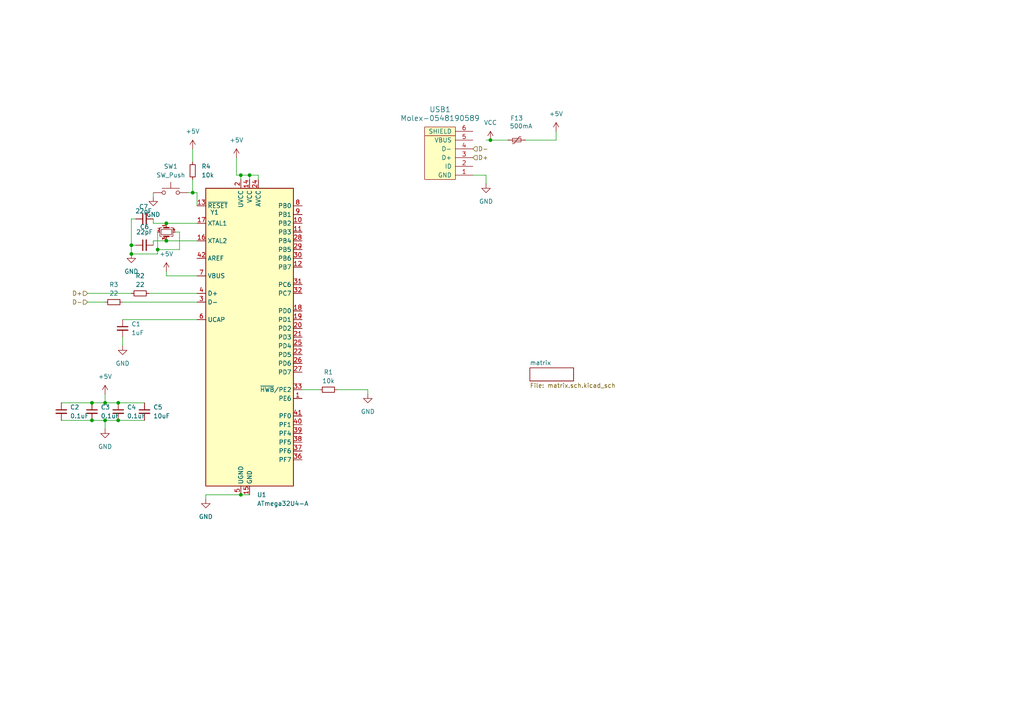
<source format=kicad_sch>
(kicad_sch (version 20241209) (generator "eeschema") (generator_version "9.0")
  (paper "A4")
  (lib_symbols
    (symbol "Device:C_Small" (pin_numbers (hide yes)) (pin_names (offset 0.254) (hide yes))
      (property "Reference" "C" (at 0.254 1.778 0))
      (property "Value" "C_Small" (at 0.254 -2.032 0))
      (symbol "C_Small_0_1"
        (polyline (pts (xy -1.524 0.508) (xy 1.524 0.508)) (stroke (width 0.3048)))
        (polyline (pts (xy -1.524 -0.508) (xy 1.524 -0.508)) (stroke (width 0.3302)))
      )
      (symbol "C_Small_1_1"
        (pin passive line (at 0 2.54 270) (length 2.032) (name "~") (number "1"))
        (pin passive line (at 0 -2.54 90) (length 2.032) (name "~") (number "2"))
      )
    )
    (symbol "Device:Crystal_GND24_Small" (pin_names (offset 1.016) (hide yes))
      (property "Reference" "Y" (at 1.27 4.445 0))
      (property "Value" "Crystal_GND24_Small" (at 1.27 2.54 0))
      (symbol "Crystal_GND24_Small_0_1"
        (polyline (pts (xy -1.27 1.27) (xy -1.27 1.905) (xy 1.27 1.905) (xy 1.27 1.27)))
        (polyline (pts (xy -1.27 -0.762) (xy -1.27 0.762)) (stroke (width 0.381)))
        (polyline (pts (xy -1.27 -1.27) (xy -1.27 -1.905) (xy 1.27 -1.905) (xy 1.27 -1.27)))
        (rectangle (start -0.762 -1.524) (end 0.762 1.524))
        (polyline (pts (xy 1.27 -0.762) (xy 1.27 0.762)) (stroke (width 0.381)))
      )
      (symbol "Crystal_GND24_Small_1_1"
        (pin passive line (at -2.54 0 0) (length 1.27) (name "1") (number "1"))
        (pin passive line (at 0 2.54 270) (length 0.635) (name "4") (number "4"))
        (pin passive line (at 0 -2.54 90) (length 0.635) (name "2") (number "2"))
        (pin passive line (at 2.54 0 180) (length 1.27) (name "3") (number "3"))
      )
    )
    (symbol "Device:Polyfuse_Small" (pin_numbers (hide yes)) (pin_names (offset 0))
      (property "Reference" "F" (at -1.905 0 90))
      (property "Value" "Polyfuse_Small" (at 1.905 0 90))
      (symbol "Polyfuse_Small_0_1"
        (polyline (pts (xy -1.016 1.27) (xy -1.016 0.762) (xy 1.016 -0.762) (xy 1.016 -1.27)))
        (rectangle (start -0.508 1.27) (end 0.508 -1.27))
        (polyline (pts (xy 0 2.54) (xy 0 -2.54)))
      )
      (symbol "Polyfuse_Small_1_1"
        (pin passive line (at 0 2.54 270) (length 0.635) (name "~") (number "1"))
        (pin passive line (at 0 -2.54 90) (length 0.635) (name "~") (number "2"))
      )
    )
    (symbol "Device:R_Small" (pin_numbers (hide yes)) (pin_names (offset 0.254) (hide yes))
      (property "Reference" "R" (at 0.762 0.508 0))
      (property "Value" "R_Small" (at 0.762 -1.016 0))
      (symbol "R_Small_0_1"
        (rectangle (start -0.762 1.778) (end 0.762 -1.778) (stroke (width 0.2032)))
      )
      (symbol "R_Small_1_1"
        (pin passive line (at 0 2.54 270) (length 0.762) (name "~") (number "1"))
        (pin passive line (at 0 -2.54 90) (length 0.762) (name "~") (number "2"))
      )
    )
    (symbol "MCU_Microchip_ATmega:ATmega32U4-A"
      (property "Reference" "U" (at -12.7 44.45 0))
      (property "Value" "ATmega32U4-A" (at 2.54 -44.45 0))
      (symbol "ATmega32U4-A_0_1"
        (rectangle (start -12.7 -43.18) (end 12.7 43.18) (stroke (width 0.254)) (fill (type background)))
      )
      (symbol "ATmega32U4-A_1_1"
        (pin input line (at -15.24 38.1 0) (length 2.54) (name "~{RESET}") (number "13"))
        (pin input line (at -15.24 33.02 0) (length 2.54) (name "XTAL1") (number "17"))
        (pin output line (at -15.24 27.94 0) (length 2.54) (name "XTAL2") (number "16"))
        (pin passive line (at -15.24 22.86 0) (length 2.54) (name "AREF") (number "42"))
        (pin input line (at -15.24 17.78 0) (length 2.54) (name "VBUS") (number "7"))
        (pin bidirectional line (at -15.24 12.7 0) (length 2.54) (name "D+") (number "4"))
        (pin bidirectional line (at -15.24 10.16 0) (length 2.54) (name "D-") (number "3"))
        (pin passive line (at -15.24 5.08 0) (length 2.54) (name "UCAP") (number "6"))
        (pin power_in line (at -2.54 45.72 270) (length 2.54) (name "UVCC") (number "2"))
        (pin passive line (at -2.54 -45.72 90) (length 2.54) (name "UGND") (number "5"))
        (pin power_in line (at 0 45.72 270) (length 2.54) (name "VCC") (number "14"))
        (pin passive line (at 0 45.72 270) (length 2.54) (hide yes) (name "VCC") (number "34"))
        (pin power_in line (at 0 -45.72 90) (length 2.54) (name "GND") (number "15"))
        (pin passive line (at 0 -45.72 90) (length 2.54) (hide yes) (name "GND") (number "23"))
        (pin passive line (at 0 -45.72 90) (length 2.54) (hide yes) (name "GND") (number "35"))
        (pin passive line (at 0 -45.72 90) (length 2.54) (hide yes) (name "GND") (number "43"))
        (pin power_in line (at 2.54 45.72 270) (length 2.54) (name "AVCC") (number "24"))
        (pin passive line (at 2.54 45.72 270) (length 2.54) (hide yes) (name "AVCC") (number "44"))
        (pin bidirectional line (at 15.24 38.1 180) (length 2.54) (name "PB0") (number "8"))
        (pin bidirectional line (at 15.24 35.56 180) (length 2.54) (name "PB1") (number "9"))
        (pin bidirectional line (at 15.24 33.02 180) (length 2.54) (name "PB2") (number "10"))
        (pin bidirectional line (at 15.24 30.48 180) (length 2.54) (name "PB3") (number "11"))
        (pin bidirectional line (at 15.24 27.94 180) (length 2.54) (name "PB4") (number "28"))
        (pin bidirectional line (at 15.24 25.4 180) (length 2.54) (name "PB5") (number "29"))
        (pin bidirectional line (at 15.24 22.86 180) (length 2.54) (name "PB6") (number "30"))
        (pin bidirectional line (at 15.24 20.32 180) (length 2.54) (name "PB7") (number "12"))
        (pin bidirectional line (at 15.24 15.24 180) (length 2.54) (name "PC6") (number "31"))
        (pin bidirectional line (at 15.24 12.7 180) (length 2.54) (name "PC7") (number "32"))
        (pin bidirectional line (at 15.24 7.62 180) (length 2.54) (name "PD0") (number "18"))
        (pin bidirectional line (at 15.24 5.08 180) (length 2.54) (name "PD1") (number "19"))
        (pin bidirectional line (at 15.24 2.54 180) (length 2.54) (name "PD2") (number "20"))
        (pin bidirectional line (at 15.24 0 180) (length 2.54) (name "PD3") (number "21"))
        (pin bidirectional line (at 15.24 -2.54 180) (length 2.54) (name "PD4") (number "25"))
        (pin bidirectional line (at 15.24 -5.08 180) (length 2.54) (name "PD5") (number "22"))
        (pin bidirectional line (at 15.24 -7.62 180) (length 2.54) (name "PD6") (number "26"))
        (pin bidirectional line (at 15.24 -10.16 180) (length 2.54) (name "PD7") (number "27"))
        (pin bidirectional line (at 15.24 -15.24 180) (length 2.54) (name "~{HWB}/PE2") (number "33"))
        (pin bidirectional line (at 15.24 -17.78 180) (length 2.54) (name "PE6") (number "1"))
        (pin bidirectional line (at 15.24 -22.86 180) (length 2.54) (name "PF0") (number "41"))
        (pin bidirectional line (at 15.24 -25.4 180) (length 2.54) (name "PF1") (number "40"))
        (pin bidirectional line (at 15.24 -27.94 180) (length 2.54) (name "PF4") (number "39"))
        (pin bidirectional line (at 15.24 -30.48 180) (length 2.54) (name "PF5") (number "38"))
        (pin bidirectional line (at 15.24 -33.02 180) (length 2.54) (name "PF6") (number "37"))
        (pin bidirectional line (at 15.24 -35.56 180) (length 2.54) (name "PF7") (number "36"))
      )
    )
    (symbol "Switch:SW_Push" (pin_numbers (hide yes)) (pin_names (offset 1.016) (hide yes))
      (property "Reference" "SW" (at 1.27 2.54 0))
      (property "Value" "SW_Push" (at 0 -1.524 0))
      (symbol "SW_Push_0_1"
        (circle (center -2.032 0) (radius 0.508))
        (polyline (pts (xy 0 1.27) (xy 0 3.048)))
        (circle (center 2.032 0) (radius 0.508))
        (polyline (pts (xy 2.54 1.27) (xy -2.54 1.27)))
        (pin passive line (at -5.08 0 0) (length 2.54) (name "1") (number "1"))
        (pin passive line (at 5.08 0 180) (length 2.54) (name "2") (number "2"))
      )
    )
    (symbol "power:+5V" (power) (pin_numbers (hide yes)) (pin_names (offset 0) (hide yes))
      (property "Value" "+5V" (at 0 3.556 0))
      (symbol "+5V_0_1"
        (polyline (pts (xy -0.762 1.27) (xy 0 2.54)))
        (polyline (pts (xy 0 2.54) (xy 0.762 1.27)))
        (polyline (pts (xy 0 0) (xy 0 2.54)))
      )
      (symbol "+5V_1_1"
        (pin power_in line (at 0 0 90) (length 0) (name "~") (number "1"))
      )
    )
    (symbol "power:GND" (power) (pin_numbers (hide yes)) (pin_names (offset 0) (hide yes))
      (property "Value" "GND" (at 0 -3.81 0))
      (symbol "GND_0_1"
        (polyline (pts (xy 0 0) (xy 0 -1.27) (xy 1.27 -1.27) (xy 0 -2.54) (xy -1.27 -1.27) (xy 0 -1.27)))
      )
      (symbol "GND_1_1"
        (pin power_in line (at 0 0 270) (length 0) (name "~") (number "1"))
      )
    )
    (symbol "power:VCC" (power) (pin_numbers (hide yes)) (pin_names (offset 0) (hide yes))
      (property "Value" "VCC" (at 0 3.556 0))
      (symbol "VCC_0_1"
        (polyline (pts (xy -0.762 1.27) (xy 0 2.54)))
        (polyline (pts (xy 0 2.54) (xy 0.762 1.27)))
        (polyline (pts (xy 0 0) (xy 0 2.54)))
      )
      (symbol "VCC_1_1"
        (pin power_in line (at 0 0 90) (length 0) (name "~") (number "1"))
      )
    )
    (symbol "random-keyboard-parts:Molex-0548190589" (pin_names (offset 1.016))
      (property "Reference" "USB" (at 0 7.62 0))
      (property "Value" "Molex-0548190589" (at 0 10.16 0))
      (symbol "Molex-0548190589_0_0"
        (polyline (pts (xy 6.35 -2.54) (xy 6.35 6.35)))
        (rectangle (start 8.89 -2.54) (end -6.35 6.35) (fill (type background)))
      )
      (symbol "Molex-0548190589_1_1"
        (pin input line (at -5.08 -7.62 90) (length 5.08) (name "GND") (number "1"))
        (pin input line (at -2.54 -7.62 90) (length 5.08) (name "ID") (number "2"))
        (pin input line (at 0 -7.62 90) (length 5.08) (name "D+") (number "3"))
        (pin input line (at 2.54 -7.62 90) (length 5.08) (name "D-") (number "4"))
        (pin input line (at 5.08 -7.62 90) (length 5.08) (name "VBUS") (number "5"))
        (pin input line (at 7.62 -7.62 90) (length 5.08) (name "SHIELD") (number "6"))
      )
    )
  )
  (junction (at 30.48 121.92))
  (junction (at 55.88 55.88))
  (junction (at 30.48 116.84))
  (junction (at 69.85 143.51))
  (junction (at 26.67 116.84))
  (junction (at 45.72 72.39))
  (junction (at 26.67 121.92))
  (junction (at 38.1 71.12))
  (junction (at 38.1 73.66))
  (junction (at 34.29 116.84))
  (junction (at 48.26 69.85))
  (junction (at 142.24 40.64))
  (junction (at 34.29 121.92))
  (junction (at 72.39 50.8))
  (junction (at 48.26 64.77))
  (junction (at 69.85 50.8))
  (wire (pts (xy 59.69 144.78) (xy 59.69 143.51)))
  (wire (pts (xy 68.58 45.72) (xy 68.58 50.8)))
  (wire (pts (xy 48.26 64.77) (xy 44.45 64.77)))
  (wire (pts (xy 30.48 121.92) (xy 30.48 124.46)))
  (wire (pts (xy 59.69 143.51) (xy 69.85 143.51)))
  (wire (pts (xy 44.45 69.85) (xy 44.45 71.12)))
  (wire (pts (xy 35.56 87.63) (xy 57.15 87.63)))
  (wire (pts (xy 44.45 69.85) (xy 48.26 69.85)))
  (wire (pts (xy 50.8 67.31) (xy 52.07 67.31)))
  (wire (pts (xy 35.56 92.71) (xy 57.15 92.71)))
  (wire (pts (xy 55.88 55.88) (xy 54.61 55.88)))
  (wire (pts (xy 17.78 121.92) (xy 26.67 121.92)))
  (wire (pts (xy 30.48 114.3) (xy 30.48 116.84)))
  (wire (pts (xy 25.4 87.63) (xy 30.48 87.63)))
  (wire (pts (xy 25.4 85.09) (xy 38.1 85.09)))
  (wire (pts (xy 38.1 63.5) (xy 38.1 71.12)))
  (wire (pts (xy 55.88 43.18) (xy 55.88 46.99)))
  (wire (pts (xy 161.29 38.1) (xy 161.29 40.64)))
  (wire (pts (xy 52.07 72.39) (xy 45.72 72.39)))
  (wire (pts (xy 140.97 40.64) (xy 142.24 40.64)))
  (wire (pts (xy 142.24 40.64) (xy 147.32 40.64)))
  (wire (pts (xy 87.63 113.03) (xy 92.71 113.03)))
  (wire (pts (xy 30.48 116.84) (xy 34.29 116.84)))
  (wire (pts (xy 69.85 50.8) (xy 72.39 50.8)))
  (wire (pts (xy 45.72 67.31) (xy 45.72 72.39)))
  (wire (pts (xy 55.88 52.07) (xy 55.88 55.88)))
  (wire (pts (xy 137.16 50.8) (xy 140.97 50.8)))
  (wire (pts (xy 97.79 113.03) (xy 106.68 113.03)))
  (wire (pts (xy 45.72 72.39) (xy 45.72 73.66)))
  (wire (pts (xy 74.93 50.8) (xy 74.93 52.07)))
  (wire (pts (xy 48.26 64.77) (xy 57.15 64.77)))
  (wire (pts (xy 38.1 71.12) (xy 38.1 73.66)))
  (wire (pts (xy 68.58 50.8) (xy 69.85 50.8)))
  (wire (pts (xy 30.48 121.92) (xy 34.29 121.92)))
  (wire (pts (xy 57.15 55.88) (xy 55.88 55.88)))
  (wire (pts (xy 69.85 143.51) (xy 72.39 143.51)))
  (wire (pts (xy 140.97 50.8) (xy 140.97 53.34)))
  (wire (pts (xy 26.67 121.92) (xy 30.48 121.92)))
  (wire (pts (xy 26.67 116.84) (xy 30.48 116.84)))
  (wire (pts (xy 34.29 121.92) (xy 41.91 121.92)))
  (wire (pts (xy 48.26 80.01) (xy 57.15 80.01)))
  (wire (pts (xy 35.56 97.79) (xy 35.56 100.33)))
  (wire (pts (xy 48.26 69.85) (xy 57.15 69.85)))
  (wire (pts (xy 43.18 85.09) (xy 57.15 85.09)))
  (wire (pts (xy 38.1 71.12) (xy 39.37 71.12)))
  (wire (pts (xy 38.1 73.66) (xy 45.72 73.66)))
  (wire (pts (xy 106.68 113.03) (xy 106.68 114.3)))
  (wire (pts (xy 72.39 50.8) (xy 72.39 52.07)))
  (wire (pts (xy 34.29 116.84) (xy 41.91 116.84)))
  (wire (pts (xy 72.39 50.8) (xy 74.93 50.8)))
  (wire (pts (xy 152.4 40.64) (xy 161.29 40.64)))
  (wire (pts (xy 52.07 67.31) (xy 52.07 72.39)))
  (wire (pts (xy 44.45 64.77) (xy 44.45 63.5)))
  (wire (pts (xy 57.15 59.69) (xy 57.15 55.88)))
  (wire (pts (xy 17.78 116.84) (xy 26.67 116.84)))
  (wire (pts (xy 48.26 78.74) (xy 48.26 80.01)))
  (wire (pts (xy 44.45 55.88) (xy 44.45 57.15)))
  (wire (pts (xy 69.85 50.8) (xy 69.85 52.07)))
  (wire (pts (xy 39.37 63.5) (xy 38.1 63.5)))
  (hierarchical_label "D-" (shape input) (at 25.4 87.63 180))
  (hierarchical_label "D+" (shape input) (at 25.4 85.09 180))
  (hierarchical_label "D-" (shape input) (at 137.16 43.18 0))
  (hierarchical_label "D+" (shape input) (at 137.16 45.72 0))
  (symbol (lib_id "power:+5V") (at 30.48 114.3 0) (unit 1)
    (property "Reference" "#PWR05" (effects (hide yes)))
    (property "Value" "+5V" (at 30.48 109.22 0))
    (property "Description" "Power symbol creates a global label with name \"+5V\"" (effects (hide yes)))
  )
  (symbol (lib_id "power:GND") (at 44.45 57.15 0) (unit 1)
    (property "Reference" "#PWR09" (effects (hide yes)))
    (property "Value" "GND" (at 44.45 62.23 0))
    (property "Description" "Power symbol creates a global label with name \"GND\" , ground" (effects (hide yes)))
  )
  (symbol (lib_id "Device:C_Small") (at 41.91 63.5 90) (unit 1)
    (property "Reference" "C7" (at 41.6497 59.944 90))
    (property "Value" "22pF" (at 41.656 61.214 90))
    (property "Footprint" "Capacitor_SMD:C_0805_2012Metric" (effects (hide yes)))
    (property "Description" "Unpolarized capacitor, small symbol" (effects (hide yes)))
  )
  (symbol (lib_id "Device:C_Small") (at 41.91 71.12 90) (unit 1)
    (property "Reference" "C6" (at 41.91 65.786 90))
    (property "Value" "22pF" (at 41.9163 67.31 90))
    (property "Footprint" "Capacitor_SMD:C_0805_2012Metric" (effects (hide yes)))
    (property "Description" "Unpolarized capacitor, small symbol" (effects (hide yes)))
  )
  (symbol (lib_id "Device:R_Small") (at 33.02 87.63 90) (unit 1)
    (property "Reference" "R3" (at 33.02 82.55 90))
    (property "Value" "22" (at 33.02 85.09 90))
    (property "Footprint" "Resistor_SMD:R_0805_2012Metric" (effects (hide yes)))
    (property "Description" "Resistor, small symbol" (effects (hide yes)))
  )
  (symbol (lib_id "power:VCC") (at 142.24 40.64 0) (unit 1)
    (property "Reference" "#PWR012" (effects (hide yes)))
    (property "Value" "VCC" (at 142.24 35.56 0))
    (property "Description" "Power symbol creates a global label with name \"VCC\"" (effects (hide yes)))
  )
  (symbol (lib_id "Device:C_Small") (at 34.29 119.38 0) (unit 1)
    (property "Reference" "C4" (at 36.83 118.1162 0) (effects (justify left)))
    (property "Value" "0.1uF" (at 36.83 120.6562 0) (effects (justify left)))
    (property "Footprint" "Capacitor_SMD:C_0805_2012Metric" (effects (hide yes)))
    (property "Description" "Unpolarized capacitor, small symbol" (effects (hide yes)))
  )
  (symbol (lib_id "Switch:SW_Push") (at 49.53 55.88 0) (unit 1)
    (property "Reference" "SW1" (at 49.53 48.26 0))
    (property "Value" "SW_Push" (at 49.53 50.8 0))
    (property "Footprint" "random-keyboard-parts:SKQG-1155865" (effects (hide yes)))
    (property "Description" "Push button switch, generic, two pins" (effects (hide yes)))
  )
  (symbol (lib_id "power:GND") (at 30.48 124.46 0) (unit 1)
    (property "Reference" "#PWR06" (effects (hide yes)))
    (property "Value" "GND" (at 30.48 129.54 0))
    (property "Description" "Power symbol creates a global label with name \"GND\" , ground" (effects (hide yes)))
  )
  (symbol (lib_id "Device:C_Small") (at 35.56 95.25 0) (unit 1)
    (property "Reference" "C1" (at 38.1 93.9862 0) (effects (justify left)))
    (property "Value" "1uF" (at 38.1 96.5262 0) (effects (justify left)))
    (property "Footprint" "Capacitor_SMD:C_0805_2012Metric" (effects (hide yes)))
    (property "Description" "Unpolarized capacitor, small symbol" (effects (hide yes)))
  )
  (symbol (lib_id "Device:C_Small") (at 17.78 119.38 0) (unit 1)
    (property "Reference" "C2" (at 20.32 118.1162 0) (effects (justify left)))
    (property "Value" "0.1uF" (at 20.32 120.6562 0) (effects (justify left)))
    (property "Footprint" "Capacitor_SMD:C_0805_2012Metric" (effects (hide yes)))
    (property "Description" "Unpolarized capacitor, small symbol" (effects (hide yes)))
  )
  (symbol (lib_id "power:GND") (at 140.97 53.34 0) (unit 1)
    (property "Reference" "#PWR013" (effects (hide yes)))
    (property "Value" "GND" (at 140.97 58.42 0))
    (property "Description" "Power symbol creates a global label with name \"GND\" , ground" (effects (hide yes)))
  )
  (symbol (lib_id "power:GND") (at 38.1 73.66 0) (unit 1)
    (property "Reference" "#PWR08" (effects (hide yes)))
    (property "Value" "GND" (at 38.1 78.74 0))
    (property "Description" "Power symbol creates a global label with name \"GND\" , ground" (effects (hide yes)))
  )
  (symbol (lib_id "Device:Crystal_GND24_Small") (at 48.26 67.31 270) (unit 1)
    (property "Reference" "Y1" (at 62.23 61.5882 90))
    (property "Value" "16MHz" (effects (hide yes)))
    (property "Footprint" "Crystal:Crystal_SMD_3225-4Pin_3.2x2.5mm" (effects (hide yes)))
    (property "Description" "Four pin crystal, GND on pins 2 and 4, small symbol" (effects (hide yes)))
  )
  (symbol (lib_id "power:+5V") (at 68.58 45.72 0) (unit 1)
    (property "Reference" "#PWR01" (effects (hide yes)))
    (property "Value" "+5V" (at 68.58 40.64 0))
    (property "Description" "Power symbol creates a global label with name \"+5V\"" (effects (hide yes)))
  )
  (symbol (lib_id "random-keyboard-parts:Molex-0548190589") (at 129.54 45.72 90) (unit 1)
    (property "Reference" "USB1" (at 127.635 31.75 90) (effects (font (size 1.524 1.524))))
    (property "Value" "Molex-0548190589" (at 127.635 34.29 90) (effects (font (size 1.524 1.524))))
    (property "Footprint" "random-keyboard-parts:Molex-0548190589" (effects (hide yes)))
  )
  (symbol (lib_id "power:GND") (at 59.69 144.78 0) (unit 1)
    (property "Reference" "#PWR02" (effects (hide yes)))
    (property "Value" "GND" (at 59.69 149.86 0))
    (property "Description" "Power symbol creates a global label with name \"GND\" , ground" (effects (hide yes)))
  )
  (symbol (lib_id "power:+5V") (at 161.29 38.1 0) (unit 1)
    (property "Reference" "#PWR011" (effects (hide yes)))
    (property "Value" "+5V" (at 161.29 33.02 0))
    (property "Description" "Power symbol creates a global label with name \"+5V\"" (effects (hide yes)))
  )
  (symbol (lib_id "Device:R_Small") (at 40.64 85.09 90) (unit 1)
    (property "Reference" "R2" (at 40.64 80.01 90))
    (property "Value" "22" (at 40.64 82.55 90))
    (property "Footprint" "Resistor_SMD:R_0805_2012Metric" (effects (hide yes)))
    (property "Description" "Resistor, small symbol" (effects (hide yes)))
  )
  (symbol (lib_id "Device:C_Small") (at 26.67 119.38 0) (unit 1)
    (property "Reference" "C3" (at 29.21 118.1162 0) (effects (justify left)))
    (property "Value" "0.1uF" (at 29.21 120.6562 0) (effects (justify left)))
    (property "Footprint" "Capacitor_SMD:C_0805_2012Metric" (effects (hide yes)))
    (property "Description" "Unpolarized capacitor, small symbol" (effects (hide yes)))
  )
  (symbol (lib_id "Device:C_Small") (at 41.91 119.38 0) (unit 1)
    (property "Reference" "C5" (at 44.45 118.1162 0) (effects (justify left)))
    (property "Value" "10uF" (at 44.45 120.6562 0) (effects (justify left)))
    (property "Footprint" "Capacitor_SMD:C_0805_2012Metric" (effects (hide yes)))
    (property "Description" "Unpolarized capacitor, small symbol" (effects (hide yes)))
  )
  (symbol (lib_id "MCU_Microchip_ATmega:ATmega32U4-A") (at 72.39 97.79 0) (unit 1)
    (property "Reference" "U1" (at 74.5333 143.51 0) (effects (justify left)))
    (property "Value" "ATmega32U4-A" (at 74.5333 146.05 0) (effects (justify left)))
    (property "Footprint" "Package_QFP:TQFP-44_10x10mm_P0.8mm" (effects (hide yes)))
    (property "Datasheet" "http://ww1.microchip.com/downloads/en/DeviceDoc/Atmel-7766-8-bit-AVR-ATmega16U4-32U4_Datasheet.pdf" (effects (hide yes)))
    (property "Description" "16MHz, 32kB Flash, 2.5kB SRAM, 1kB EEPROM, USB 2.0, TQFP-44" (effects (hide yes)))
  )
  (symbol (lib_id "Device:R_Small") (at 55.88 49.53 180) (unit 1)
    (property "Reference" "R4" (at 58.42 48.2599 0) (effects (justify right)))
    (property "Value" "10k" (at 58.42 50.7999 0) (effects (justify right)))
    (property "Footprint" "Resistor_SMD:R_0805_2012Metric" (effects (hide yes)))
    (property "Description" "Resistor, small symbol" (effects (hide yes)))
  )
  (symbol (lib_id "power:+5V") (at 48.26 78.74 0) (unit 1)
    (property "Reference" "#PWR07" (effects (hide yes)))
    (property "Value" "+5V" (at 48.26 73.66 0))
    (property "Description" "Power symbol creates a global label with name \"+5V\"" (effects (hide yes)))
  )
  (symbol (lib_id "power:+5V") (at 55.88 43.18 0) (unit 1)
    (property "Reference" "#PWR010" (effects (hide yes)))
    (property "Value" "+5V" (at 55.88 38.1 0))
    (property "Description" "Power symbol creates a global label with name \"+5V\"" (effects (hide yes)))
  )
  (symbol (lib_id "power:GND") (at 106.68 114.3 0) (unit 1)
    (property "Reference" "#PWR03" (effects (hide yes)))
    (property "Value" "GND" (at 106.68 119.38 0))
    (property "Description" "Power symbol creates a global label with name \"GND\" , ground" (effects (hide yes)))
  )
  (symbol (lib_id "Device:Polyfuse_Small") (at 149.86 40.64 90) (unit 1)
    (property "Reference" "F13" (at 149.86 34.29 90))
    (property "Value" "500mA" (at 151.13 36.576 90))
    (property "Footprint" "Fuse:Fuse_1206_3216Metric" (effects (hide yes)))
    (property "Description" "Resettable fuse, polymeric positive temperature coefficient, small symbol" (effects (hide yes)))
  )
  (symbol (lib_id "Device:R_Small") (at 95.25 113.03 90) (unit 1)
    (property "Reference" "R1" (at 95.25 107.95 90))
    (property "Value" "10k" (at 95.25 110.49 90))
    (property "Footprint" "Resistor_SMD:R_0805_2012Metric" (effects (hide yes)))
    (property "Description" "Resistor, small symbol" (effects (hide yes)))
  )
  (symbol (lib_id "power:GND") (at 35.56 100.33 0) (unit 1)
    (property "Reference" "#PWR04" (effects (hide yes)))
    (property "Value" "GND" (at 35.56 105.41 0))
    (property "Description" "Power symbol creates a global label with name \"GND\" , ground" (effects (hide yes)))
  )
  (sheet (at 153.67 106.68) (size 12.7 3.81) (stroke (width 0.1524))
    (property "Sheetname" "matrix" (at 153.67 105.9684 0) (effects (justify left bottom)))
    (property "Sheetfile" "matrix.sch.kicad_sch" (at 153.67 111.0746 0) (effects (justify left top)))
  )
)
</source>
